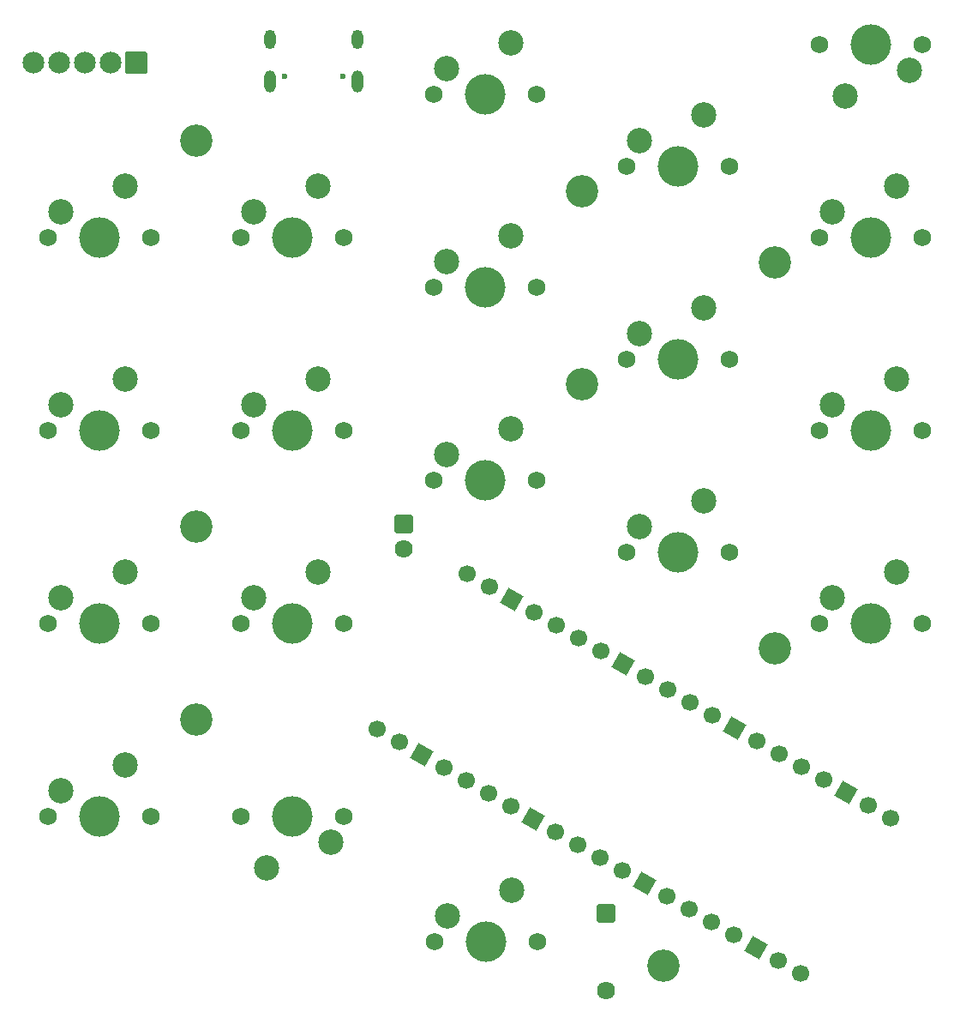
<source format=gbr>
%TF.GenerationSoftware,KiCad,Pcbnew,7.0.9-7.0.9~ubuntu22.04.1*%
%TF.CreationDate,2023-12-10T16:47:25+03:00*%
%TF.ProjectId,Keeb,4b656562-2e6b-4696-9361-645f70636258,rev?*%
%TF.SameCoordinates,Original*%
%TF.FileFunction,Soldermask,Top*%
%TF.FilePolarity,Negative*%
%FSLAX46Y46*%
G04 Gerber Fmt 4.6, Leading zero omitted, Abs format (unit mm)*
G04 Created by KiCad (PCBNEW 7.0.9-7.0.9~ubuntu22.04.1) date 2023-12-10 16:47:25*
%MOMM*%
%LPD*%
G01*
G04 APERTURE LIST*
G04 Aperture macros list*
%AMRoundRect*
0 Rectangle with rounded corners*
0 $1 Rounding radius*
0 $2 $3 $4 $5 $6 $7 $8 $9 X,Y pos of 4 corners*
0 Add a 4 corners polygon primitive as box body*
4,1,4,$2,$3,$4,$5,$6,$7,$8,$9,$2,$3,0*
0 Add four circle primitives for the rounded corners*
1,1,$1+$1,$2,$3*
1,1,$1+$1,$4,$5*
1,1,$1+$1,$6,$7*
1,1,$1+$1,$8,$9*
0 Add four rect primitives between the rounded corners*
20,1,$1+$1,$2,$3,$4,$5,0*
20,1,$1+$1,$4,$5,$6,$7,0*
20,1,$1+$1,$6,$7,$8,$9,0*
20,1,$1+$1,$8,$9,$2,$3,0*%
%AMHorizOval*
0 Thick line with rounded ends*
0 $1 width*
0 $2 $3 position (X,Y) of the first rounded end (center of the circle)*
0 $4 $5 position (X,Y) of the second rounded end (center of the circle)*
0 Add line between two ends*
20,1,$1,$2,$3,$4,$5,0*
0 Add two circle primitives to create the rounded ends*
1,1,$1,$2,$3*
1,1,$1,$4,$5*%
%AMRotRect*
0 Rectangle, with rotation*
0 The origin of the aperture is its center*
0 $1 length*
0 $2 width*
0 $3 Rotation angle, in degrees counterclockwise*
0 Add horizontal line*
21,1,$1,$2,0,0,$3*%
G04 Aperture macros list end*
%ADD10C,1.750000*%
%ADD11C,4.000000*%
%ADD12C,2.500000*%
%ADD13C,3.200000*%
%ADD14RoundRect,0.102000X0.787500X-0.787500X0.787500X0.787500X-0.787500X0.787500X-0.787500X-0.787500X0*%
%ADD15C,1.779000*%
%ADD16HorizOval,1.700000X0.000000X0.000000X0.000000X0.000000X0*%
%ADD17RotRect,1.700000X1.700000X60.000000*%
%ADD18RoundRect,0.102000X-0.790000X-0.790000X0.790000X-0.790000X0.790000X0.790000X-0.790000X0.790000X0*%
%ADD19C,1.784000*%
%ADD20C,2.134400*%
%ADD21RoundRect,0.102000X-0.965200X-0.965200X0.965200X-0.965200X0.965200X0.965200X-0.965200X0.965200X0*%
%ADD22C,0.600000*%
%ADD23O,1.104000X2.204000*%
%ADD24O,1.104000X1.904000*%
G04 APERTURE END LIST*
D10*
%TO.C,SW3*%
X183245000Y-55617944D03*
D11*
X188325000Y-55617944D03*
D10*
X193405000Y-55617944D03*
D12*
X184515000Y-53077944D03*
X190865000Y-50537944D03*
%TD*%
D10*
%TO.C,SW4*%
X183245000Y-74667944D03*
D11*
X188325000Y-74667944D03*
D10*
X193405000Y-74667944D03*
D12*
X184515000Y-72127944D03*
X190865000Y-69587944D03*
%TD*%
D10*
%TO.C,SW5*%
X183245000Y-93717944D03*
D11*
X188325000Y-93717944D03*
D10*
X193405000Y-93717944D03*
D12*
X184515000Y-91177944D03*
X190865000Y-88637944D03*
%TD*%
D10*
%TO.C,SW6*%
X164195000Y-48567944D03*
D11*
X169275000Y-48567944D03*
D10*
X174355000Y-48567944D03*
D12*
X165465000Y-46027944D03*
X171815000Y-43487944D03*
%TD*%
D10*
%TO.C,SW7*%
X164195000Y-67617944D03*
D11*
X169275000Y-67617944D03*
D10*
X174355000Y-67617944D03*
D12*
X165465000Y-65077944D03*
X171815000Y-62537944D03*
%TD*%
D10*
%TO.C,SW8*%
X164195000Y-86667944D03*
D11*
X169275000Y-86667944D03*
D10*
X174355000Y-86667944D03*
D12*
X165465000Y-84127944D03*
X171815000Y-81587944D03*
%TD*%
D10*
%TO.C,SW9*%
X145145000Y-41517944D03*
D11*
X150225000Y-41517944D03*
D10*
X155305000Y-41517944D03*
D12*
X146415000Y-38977944D03*
X152765000Y-36437944D03*
%TD*%
D10*
%TO.C,SW10*%
X145145000Y-60567944D03*
D11*
X150225000Y-60567944D03*
D10*
X155305000Y-60567944D03*
D12*
X146415000Y-58027944D03*
X152765000Y-55487944D03*
%TD*%
D10*
%TO.C,SW11*%
X145145000Y-79617944D03*
D11*
X150225000Y-79617944D03*
D10*
X155305000Y-79617944D03*
D12*
X146415000Y-77077944D03*
X152765000Y-74537944D03*
%TD*%
D10*
%TO.C,SW13*%
X126095000Y-55617944D03*
D11*
X131175000Y-55617944D03*
D10*
X136255000Y-55617944D03*
D12*
X127365000Y-53077944D03*
X133715000Y-50537944D03*
%TD*%
D10*
%TO.C,SW14*%
X126095000Y-74667944D03*
D11*
X131175000Y-74667944D03*
D10*
X136255000Y-74667944D03*
D12*
X127365000Y-72127944D03*
X133715000Y-69587944D03*
%TD*%
D10*
%TO.C,SW15*%
X126095000Y-93717944D03*
D11*
X131175000Y-93717944D03*
D10*
X136255000Y-93717944D03*
D12*
X127365000Y-91177944D03*
X133715000Y-88637944D03*
%TD*%
D10*
%TO.C,SW16*%
X136255000Y-112767944D03*
D11*
X131175000Y-112767944D03*
D10*
X126095000Y-112767944D03*
D12*
X134985000Y-115307944D03*
X128635000Y-117847944D03*
%TD*%
D10*
%TO.C,SW17*%
X107045000Y-55617944D03*
D11*
X112125000Y-55617944D03*
D10*
X117205000Y-55617944D03*
D12*
X108315000Y-53077944D03*
X114665000Y-50537944D03*
%TD*%
D10*
%TO.C,SW18*%
X107045000Y-74667944D03*
D11*
X112125000Y-74667944D03*
D10*
X117205000Y-74667944D03*
D12*
X108315000Y-72127944D03*
X114665000Y-69587944D03*
%TD*%
D10*
%TO.C,SW19*%
X107045000Y-93717944D03*
D11*
X112125000Y-93717944D03*
D10*
X117205000Y-93717944D03*
D12*
X108315000Y-91177944D03*
X114665000Y-88637944D03*
%TD*%
D10*
%TO.C,SW20*%
X107045000Y-112767944D03*
D11*
X112125000Y-112767944D03*
D10*
X117205000Y-112767944D03*
D12*
X108315000Y-110227944D03*
X114665000Y-107687944D03*
%TD*%
D10*
%TO.C,SW2*%
X193405000Y-36567944D03*
D11*
X188325000Y-36567944D03*
D10*
X183245000Y-36567944D03*
D12*
X192135000Y-39107944D03*
X185785000Y-41647944D03*
%TD*%
D13*
%TO.C,H9*%
X167846250Y-127531694D03*
%TD*%
%TO.C,H7*%
X121650000Y-84192944D03*
%TD*%
%TO.C,H4*%
X178800000Y-58092944D03*
%TD*%
%TO.C,H2*%
X159750000Y-70092944D03*
%TD*%
D10*
%TO.C,SW1*%
X145220000Y-125172944D03*
D11*
X150300000Y-125172944D03*
D10*
X155380000Y-125172944D03*
D12*
X146490000Y-122632944D03*
X152840000Y-120092944D03*
%TD*%
D13*
%TO.C,H8*%
X178800000Y-96192944D03*
%TD*%
%TO.C,H3*%
X159750000Y-51042944D03*
%TD*%
%TO.C,H1*%
X121650000Y-46092944D03*
%TD*%
%TO.C,H5*%
X121650000Y-103242944D03*
%TD*%
D14*
%TO.C,J2*%
X142130000Y-83882944D03*
D15*
X142130000Y-86382944D03*
%TD*%
D16*
%TO.C,U1*%
X181374140Y-128298854D03*
X179174435Y-127028854D03*
D17*
X176974731Y-125758854D03*
D16*
X174775026Y-124488854D03*
X172575322Y-123218854D03*
X170375617Y-121948854D03*
X168175913Y-120678854D03*
D17*
X165976208Y-119408854D03*
D16*
X163776504Y-118138854D03*
X161576799Y-116868854D03*
X159377095Y-115598854D03*
X157177390Y-114328854D03*
D17*
X154977686Y-113058854D03*
D16*
X152777981Y-111788854D03*
X150578277Y-110518854D03*
X148378572Y-109248854D03*
X146178868Y-107978854D03*
D17*
X143979163Y-106708854D03*
D16*
X141779459Y-105438854D03*
X139579754Y-104168854D03*
X148469754Y-88770922D03*
X150669459Y-90040922D03*
D17*
X152869163Y-91310922D03*
D16*
X155068868Y-92580922D03*
X157268572Y-93850922D03*
X159468277Y-95120922D03*
X161667981Y-96390922D03*
D17*
X163867686Y-97660922D03*
D16*
X166067390Y-98930922D03*
X168267095Y-100200922D03*
X170466799Y-101470922D03*
X172666504Y-102740922D03*
D17*
X174866208Y-104010922D03*
D16*
X177065913Y-105280922D03*
X179265617Y-106550922D03*
X181465322Y-107820922D03*
X183665026Y-109090922D03*
D17*
X185864731Y-110360922D03*
D16*
X188064435Y-111630922D03*
X190264140Y-112900922D03*
%TD*%
D18*
%TO.C,S1*%
X162140000Y-122342944D03*
D19*
X162140000Y-129962944D03*
%TD*%
D20*
%TO.C,U2*%
X105600000Y-38372944D03*
X108140000Y-38372944D03*
D21*
X115760000Y-38372944D03*
D20*
X110680000Y-38372944D03*
X113220000Y-38372944D03*
%TD*%
D22*
%TO.C,J1*%
X130375000Y-39720000D03*
X136155000Y-39720000D03*
D23*
X128940000Y-40210000D03*
X137590000Y-40210000D03*
D24*
X128940000Y-36040000D03*
X137590000Y-36040000D03*
%TD*%
M02*

</source>
